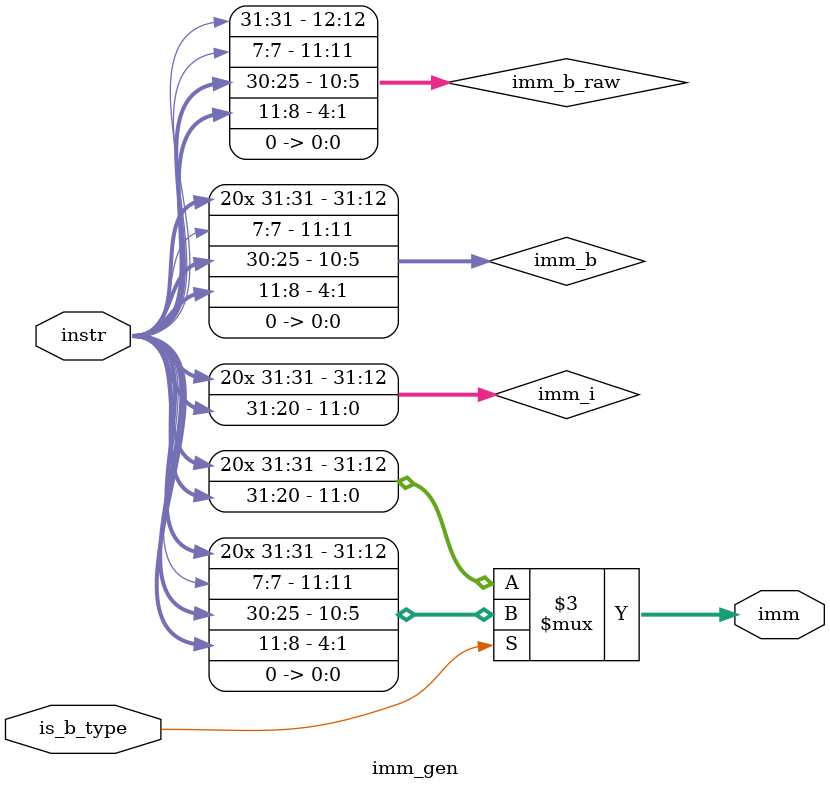
<source format=sv>
module imm_gen (
    input  logic [31:0] instr,
    input  logic        is_b_type,   // 1 for branch, 0 for I-type
    output logic [31:0] imm
);
    logic [31:0] imm_i;
    logic [31:0] imm_b;
    logic [12:0] imm_b_raw;

    // I-type immediate (addi)
    assign imm_i = {{20{instr[31]}}, instr[31:20]};

    // B-type immediate (bne)
    // imm[12|10:5|4:1|11|0], with bit 0 = 0
    assign imm_b_raw = {
        instr[31],      // imm[12]
        instr[7],       // imm[11]
        instr[30:25],   // imm[10:5]
        instr[11:8],    // imm[4:1]
        1'b0            // imm[0]
    };
    assign imm_b = {{19{imm_b_raw[12]}}, imm_b_raw};

    always_comb begin
        if (is_b_type)
            imm = imm_b;
        else
            imm = imm_i;
    end

endmodule

</source>
